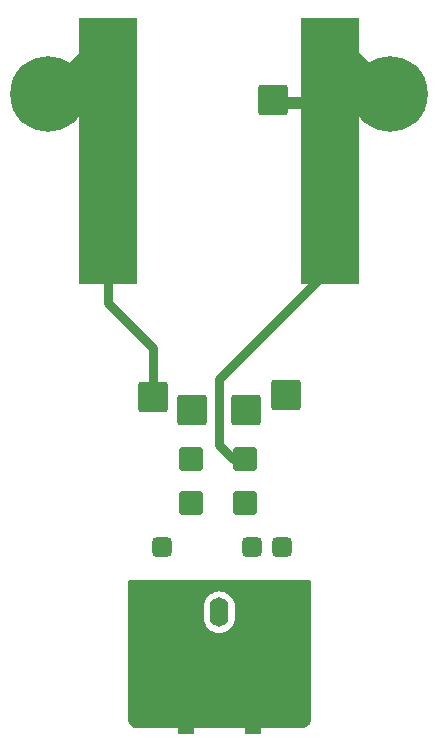
<source format=gbr>
%TF.GenerationSoftware,KiCad,Pcbnew,6.0.2+dfsg-1*%
%TF.CreationDate,2023-02-03T10:11:00+01:00*%
%TF.ProjectId,UniBalun1.2,556e6942-616c-4756-9e31-2e322e6b6963,rev?*%
%TF.SameCoordinates,Original*%
%TF.FileFunction,Copper,L2,Bot*%
%TF.FilePolarity,Positive*%
%FSLAX46Y46*%
G04 Gerber Fmt 4.6, Leading zero omitted, Abs format (unit mm)*
G04 Created by KiCad (PCBNEW 6.0.2+dfsg-1) date 2023-02-03 10:11:00*
%MOMM*%
%LPD*%
G01*
G04 APERTURE LIST*
G04 Aperture macros list*
%AMRoundRect*
0 Rectangle with rounded corners*
0 $1 Rounding radius*
0 $2 $3 $4 $5 $6 $7 $8 $9 X,Y pos of 4 corners*
0 Add a 4 corners polygon primitive as box body*
4,1,4,$2,$3,$4,$5,$6,$7,$8,$9,$2,$3,0*
0 Add four circle primitives for the rounded corners*
1,1,$1+$1,$2,$3*
1,1,$1+$1,$4,$5*
1,1,$1+$1,$6,$7*
1,1,$1+$1,$8,$9*
0 Add four rect primitives between the rounded corners*
20,1,$1+$1,$2,$3,$4,$5,0*
20,1,$1+$1,$4,$5,$6,$7,0*
20,1,$1+$1,$6,$7,$8,$9,0*
20,1,$1+$1,$8,$9,$2,$3,0*%
G04 Aperture macros list end*
%TA.AperFunction,ComponentPad*%
%ADD10RoundRect,0.249999X-1.025001X-1.025001X1.025001X-1.025001X1.025001X1.025001X-1.025001X1.025001X0*%
%TD*%
%TA.AperFunction,ComponentPad*%
%ADD11RoundRect,0.250002X-1.699998X-1.699998X1.699998X-1.699998X1.699998X1.699998X-1.699998X1.699998X0*%
%TD*%
%TA.AperFunction,ComponentPad*%
%ADD12O,1.600000X2.500000*%
%TD*%
%TA.AperFunction,ComponentPad*%
%ADD13O,3.500000X7.000000*%
%TD*%
%TA.AperFunction,ComponentPad*%
%ADD14RoundRect,0.250000X-0.750000X-0.750000X0.750000X-0.750000X0.750000X0.750000X-0.750000X0.750000X0*%
%TD*%
%TA.AperFunction,ComponentPad*%
%ADD15C,6.400000*%
%TD*%
%TA.AperFunction,ComponentPad*%
%ADD16RoundRect,0.425000X0.425000X0.425000X-0.425000X0.425000X-0.425000X-0.425000X0.425000X-0.425000X0*%
%TD*%
%TA.AperFunction,SMDPad,CuDef*%
%ADD17R,1.350000X4.200000*%
%TD*%
%TA.AperFunction,SMDPad,CuDef*%
%ADD18R,5.000000X22.500000*%
%TD*%
%TA.AperFunction,ViaPad*%
%ADD19C,0.800000*%
%TD*%
%TA.AperFunction,Conductor*%
%ADD20C,0.800000*%
%TD*%
%TA.AperFunction,Conductor*%
%ADD21C,1.300000*%
%TD*%
%TA.AperFunction,Conductor*%
%ADD22C,1.000000*%
%TD*%
G04 APERTURE END LIST*
D10*
%TO.P,U2,1,a*%
%TO.N,GND*%
X119837200Y-79121000D03*
%TO.P,U2,2,b*%
%TO.N,Net-(C1-Pad1)*%
X123266200Y-77851000D03*
%TO.P,U2,3,a'*%
%TO.N,Net-(H2-Pad1)*%
X111963200Y-77978000D03*
%TO.P,U2,4,b'*%
%TO.N,Net-(U1-Pad1)*%
X115265200Y-79121000D03*
%TO.P,U2,5,x*%
%TO.N,Net-(H1-Pad1)*%
X122123200Y-52832000D03*
%TD*%
D11*
%TO.P,J5,1,Pin_1*%
%TO.N,Net-(H2-Pad1)*%
X108204000Y-48260000D03*
%TD*%
D12*
%TO.P,J1,1,In*%
%TO.N,Net-(C1-Pad1)*%
X117602000Y-96210000D03*
D13*
%TO.P,J1,2,Ext*%
%TO.N,GND*%
X122682000Y-101290000D03*
D12*
X120142000Y-96210000D03*
D13*
X112522000Y-101290000D03*
%TD*%
D11*
%TO.P,J3,1,Pin_1*%
%TO.N,Net-(H1-Pad1)*%
X127000000Y-48260000D03*
%TD*%
D14*
%TO.P,U1,1,1*%
%TO.N,Net-(U1-Pad1)*%
X115239800Y-83235800D03*
%TO.P,U1,2,2*%
%TO.N,GND*%
X115239800Y-86918800D03*
%TO.P,U1,3,3*%
%TO.N,Net-(H1-Pad1)*%
X119811800Y-83235800D03*
%TO.P,U1,4,4*%
%TO.N,Net-(C1-Pad1)*%
X119811800Y-86918800D03*
%TD*%
D15*
%TO.P,H2,1,1*%
%TO.N,Net-(H2-Pad1)*%
X103124000Y-52324000D03*
%TD*%
D16*
%TO.P,C1,1*%
%TO.N,Net-(C1-Pad1)*%
X120396000Y-90678000D03*
X122936000Y-90678000D03*
%TO.P,C1,2*%
%TO.N,GND*%
X112776000Y-90678000D03*
%TD*%
D15*
%TO.P,H1,1,1*%
%TO.N,Net-(H1-Pad1)*%
X132080000Y-52324000D03*
%TD*%
D17*
%TO.P,J2,2,Ext*%
%TO.N,GND*%
X120427000Y-104422600D03*
X114777000Y-104422600D03*
%TD*%
D18*
%TO.P,J4,1,Pin_1*%
%TO.N,Net-(H1-Pad1)*%
X127000000Y-57150000D03*
%TD*%
%TO.P,J6,1,Pin_1*%
%TO.N,Net-(H2-Pad1)*%
X108204000Y-57150000D03*
%TD*%
D19*
%TO.N,GND*%
X110490000Y-105410000D03*
X119380000Y-99060000D03*
X115570000Y-99060000D03*
X114300000Y-93980000D03*
X115570000Y-93980000D03*
X115570000Y-101600000D03*
X111760000Y-93980000D03*
X115570000Y-95250000D03*
X124460000Y-93980000D03*
X113030000Y-93980000D03*
X123190000Y-93980000D03*
X110490000Y-96520000D03*
X124460000Y-95250000D03*
X121920000Y-93980000D03*
X115570000Y-96520000D03*
X119380000Y-101600000D03*
X119380000Y-100330000D03*
X115570000Y-100330000D03*
X120650000Y-93980000D03*
X110490000Y-95250000D03*
X115570000Y-97790000D03*
X111760000Y-105410000D03*
X113030000Y-105410000D03*
X124460000Y-105410000D03*
X110490000Y-97790000D03*
X110490000Y-93980000D03*
X119380000Y-93980000D03*
X121920000Y-105410000D03*
X123190000Y-105410000D03*
X124460000Y-96520000D03*
X124460000Y-97790000D03*
%TD*%
D20*
%TO.N,Net-(H1-Pad1)*%
X118795800Y-83235800D02*
X117600000Y-82040000D01*
D21*
X127000000Y-48260000D02*
X128016000Y-48260000D01*
D22*
X127000000Y-53086000D02*
X122377200Y-53086000D01*
D20*
X117600000Y-81970000D02*
X117600000Y-76600000D01*
D22*
X127000000Y-57150000D02*
X127000000Y-53086000D01*
X122377200Y-53086000D02*
X122123200Y-52832000D01*
D20*
X117600000Y-82040000D02*
X117600000Y-81900000D01*
D21*
X127000000Y-48260000D02*
X127000000Y-53086000D01*
D20*
X127000000Y-67100000D02*
X127000000Y-66929000D01*
D22*
X127000000Y-66929000D02*
X127000000Y-57150000D01*
D20*
X117600000Y-76500000D02*
X127000000Y-67100000D01*
D21*
X128016000Y-48260000D02*
X132080000Y-52324000D01*
X125526800Y-55676800D02*
X127000000Y-57150000D01*
%TO.N,Net-(H2-Pad1)*%
X107188000Y-48260000D02*
X103124000Y-52324000D01*
X108204000Y-48260000D02*
X108204000Y-57150000D01*
D20*
X111963200Y-77978000D02*
X111963200Y-73812400D01*
D21*
X108204000Y-48260000D02*
X107188000Y-48260000D01*
D20*
X108204000Y-70053200D02*
X108204000Y-57150000D01*
X111963200Y-73812400D02*
X108204000Y-70053200D01*
%TD*%
%TA.AperFunction,Conductor*%
%TO.N,GND*%
G36*
X125295352Y-93492002D02*
G01*
X125341845Y-93545658D01*
X125353231Y-93598000D01*
X125353231Y-105337721D01*
X125353132Y-105339172D01*
X125352717Y-105340628D01*
X125352783Y-105350465D01*
X125352786Y-105350945D01*
X125349564Y-105380111D01*
X125326813Y-105478721D01*
X125323599Y-105492652D01*
X125315169Y-105517252D01*
X125258079Y-105640584D01*
X125244780Y-105662926D01*
X125163585Y-105771911D01*
X125145979Y-105791050D01*
X125044140Y-105881043D01*
X125022979Y-105896160D01*
X124977799Y-105921846D01*
X124904833Y-105963327D01*
X124881019Y-105973778D01*
X124751604Y-106015258D01*
X124726151Y-106020598D01*
X124694009Y-106023933D01*
X124617969Y-106031824D01*
X124602100Y-106031417D01*
X124602089Y-106032279D01*
X124593110Y-106032169D01*
X124584240Y-106030788D01*
X124575339Y-106031952D01*
X124575335Y-106031952D01*
X124552720Y-106034910D01*
X124536382Y-106035974D01*
X110708100Y-106035974D01*
X110688715Y-106034474D01*
X110673914Y-106032169D01*
X110673911Y-106032169D01*
X110665042Y-106030788D01*
X110656140Y-106031952D01*
X110656137Y-106031952D01*
X110655017Y-106032099D01*
X110625490Y-106032471D01*
X110600340Y-106029824D01*
X110514686Y-106020808D01*
X110488886Y-106015316D01*
X110363722Y-105974586D01*
X110339631Y-105963842D01*
X110225699Y-105897950D01*
X110204371Y-105882425D01*
X110106648Y-105794248D01*
X110089023Y-105774627D01*
X110011796Y-105668029D01*
X109998650Y-105645180D01*
X109945308Y-105524834D01*
X109937205Y-105499740D01*
X109915636Y-105397283D01*
X109914402Y-105381499D01*
X109913506Y-105381580D01*
X109912695Y-105372632D01*
X109913160Y-105363671D01*
X109911090Y-105354936D01*
X109910546Y-105348932D01*
X109910031Y-105337555D01*
X109910031Y-96717127D01*
X116293500Y-96717127D01*
X116308457Y-96888087D01*
X116367716Y-97109243D01*
X116370039Y-97114224D01*
X116370039Y-97114225D01*
X116462151Y-97311762D01*
X116462154Y-97311767D01*
X116464477Y-97316749D01*
X116595802Y-97504300D01*
X116757700Y-97666198D01*
X116762208Y-97669355D01*
X116762211Y-97669357D01*
X116840389Y-97724098D01*
X116945251Y-97797523D01*
X116950233Y-97799846D01*
X116950238Y-97799849D01*
X117147775Y-97891961D01*
X117152757Y-97894284D01*
X117158065Y-97895706D01*
X117158067Y-97895707D01*
X117368598Y-97952119D01*
X117368600Y-97952119D01*
X117373913Y-97953543D01*
X117602000Y-97973498D01*
X117830087Y-97953543D01*
X117835400Y-97952119D01*
X117835402Y-97952119D01*
X118045933Y-97895707D01*
X118045935Y-97895706D01*
X118051243Y-97894284D01*
X118056225Y-97891961D01*
X118253762Y-97799849D01*
X118253767Y-97799846D01*
X118258749Y-97797523D01*
X118363611Y-97724098D01*
X118441789Y-97669357D01*
X118441792Y-97669355D01*
X118446300Y-97666198D01*
X118608198Y-97504300D01*
X118739523Y-97316749D01*
X118741846Y-97311767D01*
X118741849Y-97311762D01*
X118833961Y-97114225D01*
X118833961Y-97114224D01*
X118836284Y-97109243D01*
X118895543Y-96888087D01*
X118910500Y-96717127D01*
X118910500Y-95702873D01*
X118895543Y-95531913D01*
X118836284Y-95310757D01*
X118833961Y-95305775D01*
X118741849Y-95108238D01*
X118741846Y-95108233D01*
X118739523Y-95103251D01*
X118608198Y-94915700D01*
X118446300Y-94753802D01*
X118441792Y-94750645D01*
X118441789Y-94750643D01*
X118363611Y-94695902D01*
X118258749Y-94622477D01*
X118253767Y-94620154D01*
X118253762Y-94620151D01*
X118056225Y-94528039D01*
X118056224Y-94528039D01*
X118051243Y-94525716D01*
X118045935Y-94524294D01*
X118045933Y-94524293D01*
X117835402Y-94467881D01*
X117835400Y-94467881D01*
X117830087Y-94466457D01*
X117602000Y-94446502D01*
X117373913Y-94466457D01*
X117368600Y-94467881D01*
X117368598Y-94467881D01*
X117158067Y-94524293D01*
X117158065Y-94524294D01*
X117152757Y-94525716D01*
X117147776Y-94528039D01*
X117147775Y-94528039D01*
X116950238Y-94620151D01*
X116950233Y-94620154D01*
X116945251Y-94622477D01*
X116840389Y-94695902D01*
X116762211Y-94750643D01*
X116762208Y-94750645D01*
X116757700Y-94753802D01*
X116595802Y-94915700D01*
X116464477Y-95103251D01*
X116462154Y-95108233D01*
X116462151Y-95108238D01*
X116370039Y-95305775D01*
X116367716Y-95310757D01*
X116308457Y-95531913D01*
X116293500Y-95702873D01*
X116293500Y-96717127D01*
X109910031Y-96717127D01*
X109910031Y-93598000D01*
X109930033Y-93529879D01*
X109983689Y-93483386D01*
X110036031Y-93472000D01*
X125227231Y-93472000D01*
X125295352Y-93492002D01*
G37*
%TD.AperFunction*%
%TD*%
M02*

</source>
